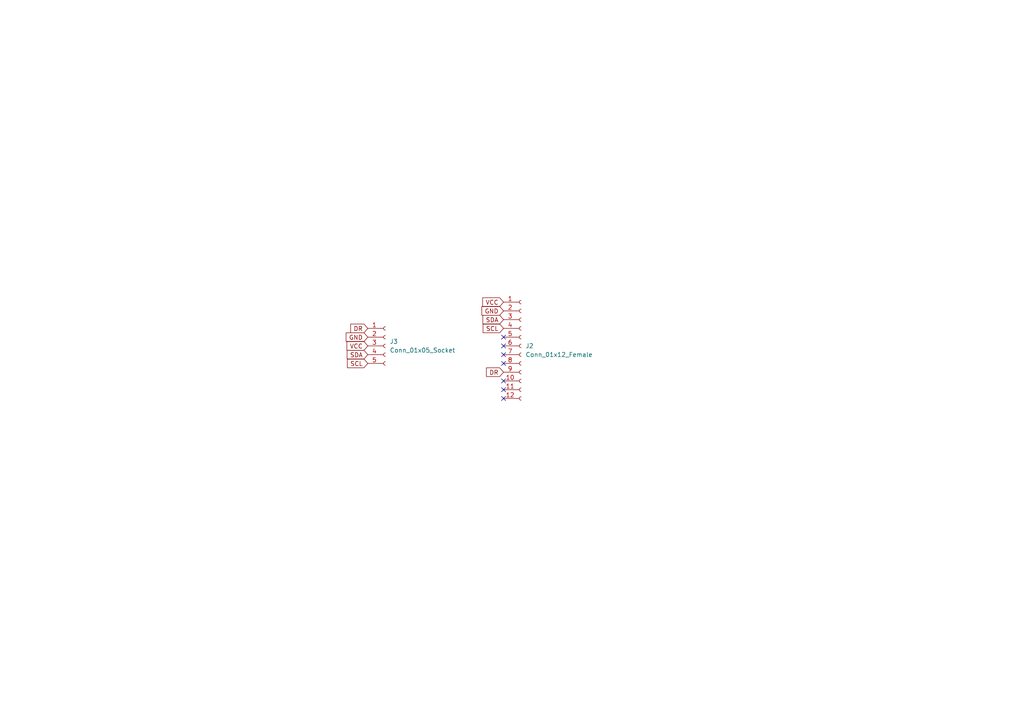
<source format=kicad_sch>
(kicad_sch (version 20231120) (generator "eeschema") (generator_version "8.0")
  (paper "A4")
  (lib_symbols
    (symbol "Connector:Conn_01x05_Socket" (pin_names (offset 1.016) hide)
      (property "Reference" "J" (at 0 7.62 0))
      (property "Value" "Conn_01x05_Socket" (at 0 -7.62 0))
      (symbol "Conn_01x05_Socket_1_1"
        (arc (start 0 -4.572) (mid -0.5058 -5.08) (end 0 -5.588) (stroke (width 0.1524)))
        (arc (start 0 -2.032) (mid -0.5058 -2.54) (end 0 -3.048) (stroke (width 0.1524)))
        (polyline (pts (xy -1.27 -5.08) (xy -0.508 -5.08)) (stroke (width 0.1524)))
        (polyline (pts (xy -1.27 -2.54) (xy -0.508 -2.54)) (stroke (width 0.1524)))
        (polyline (pts (xy -1.27 0) (xy -0.508 0)) (stroke (width 0.1524)))
        (polyline (pts (xy -1.27 2.54) (xy -0.508 2.54)) (stroke (width 0.1524)))
        (polyline (pts (xy -1.27 5.08) (xy -0.508 5.08)) (stroke (width 0.1524)))
        (arc (start 0 0.508) (mid -0.5058 0) (end 0 -0.508) (stroke (width 0.1524)))
        (arc (start 0 3.048) (mid -0.5058 2.54) (end 0 2.032) (stroke (width 0.1524)))
        (arc (start 0 5.588) (mid -0.5058 5.08) (end 0 4.572) (stroke (width 0.1524)))
        (pin passive line (at -5.08 5.08 0) (length 3.81) (name "Pin_1") (number "1"))
        (pin passive line (at -5.08 2.54 0) (length 3.81) (name "Pin_2") (number "2"))
        (pin passive line (at -5.08 0 0) (length 3.81) (name "Pin_3") (number "3"))
        (pin passive line (at -5.08 -2.54 0) (length 3.81) (name "Pin_4") (number "4"))
        (pin passive line (at -5.08 -5.08 0) (length 3.81) (name "Pin_5") (number "5"))
      )
    )
    (symbol "Connector:Conn_01x12_Female" (pin_names (offset 1.016) hide)
      (property "Reference" "J" (at 0 15.24 0))
      (property "Value" "Conn_01x12_Female" (at 0 -17.78 0))
      (symbol "Conn_01x12_Female_1_1"
        (arc (start 0 -14.732) (mid -0.5058 -15.24) (end 0 -15.748) (stroke (width 0.1524)))
        (arc (start 0 -12.192) (mid -0.5058 -12.7) (end 0 -13.208) (stroke (width 0.1524)))
        (arc (start 0 -9.652) (mid -0.5058 -10.16) (end 0 -10.668) (stroke (width 0.1524)))
        (arc (start 0 -7.112) (mid -0.5058 -7.62) (end 0 -8.128) (stroke (width 0.1524)))
        (arc (start 0 -4.572) (mid -0.5058 -5.08) (end 0 -5.588) (stroke (width 0.1524)))
        (arc (start 0 -2.032) (mid -0.5058 -2.54) (end 0 -3.048) (stroke (width 0.1524)))
        (polyline (pts (xy -1.27 -15.24) (xy -0.508 -15.24)) (stroke (width 0.1524)))
        (polyline (pts (xy -1.27 -12.7) (xy -0.508 -12.7)) (stroke (width 0.1524)))
        (polyline (pts (xy -1.27 -10.16) (xy -0.508 -10.16)) (stroke (width 0.1524)))
        (polyline (pts (xy -1.27 -7.62) (xy -0.508 -7.62)) (stroke (width 0.1524)))
        (polyline (pts (xy -1.27 -5.08) (xy -0.508 -5.08)) (stroke (width 0.1524)))
        (polyline (pts (xy -1.27 -2.54) (xy -0.508 -2.54)) (stroke (width 0.1524)))
        (polyline (pts (xy -1.27 0) (xy -0.508 0)) (stroke (width 0.1524)))
        (polyline (pts (xy -1.27 2.54) (xy -0.508 2.54)) (stroke (width 0.1524)))
        (polyline (pts (xy -1.27 5.08) (xy -0.508 5.08)) (stroke (width 0.1524)))
        (polyline (pts (xy -1.27 7.62) (xy -0.508 7.62)) (stroke (width 0.1524)))
        (polyline (pts (xy -1.27 10.16) (xy -0.508 10.16)) (stroke (width 0.1524)))
        (polyline (pts (xy -1.27 12.7) (xy -0.508 12.7)) (stroke (width 0.1524)))
        (arc (start 0 0.508) (mid -0.5058 0) (end 0 -0.508) (stroke (width 0.1524)))
        (arc (start 0 3.048) (mid -0.5058 2.54) (end 0 2.032) (stroke (width 0.1524)))
        (arc (start 0 5.588) (mid -0.5058 5.08) (end 0 4.572) (stroke (width 0.1524)))
        (arc (start 0 8.128) (mid -0.5058 7.62) (end 0 7.112) (stroke (width 0.1524)))
        (arc (start 0 10.668) (mid -0.5058 10.16) (end 0 9.652) (stroke (width 0.1524)))
        (arc (start 0 13.208) (mid -0.5058 12.7) (end 0 12.192) (stroke (width 0.1524)))
        (pin passive line (at -5.08 12.7 0) (length 3.81) (name "Pin_1") (number "1"))
        (pin passive line (at -5.08 -10.16 0) (length 3.81) (name "Pin_10") (number "10"))
        (pin passive line (at -5.08 -12.7 0) (length 3.81) (name "Pin_11") (number "11"))
        (pin passive line (at -5.08 -15.24 0) (length 3.81) (name "Pin_12") (number "12"))
        (pin passive line (at -5.08 10.16 0) (length 3.81) (name "Pin_2") (number "2"))
        (pin passive line (at -5.08 7.62 0) (length 3.81) (name "Pin_3") (number "3"))
        (pin passive line (at -5.08 5.08 0) (length 3.81) (name "Pin_4") (number "4"))
        (pin passive line (at -5.08 2.54 0) (length 3.81) (name "Pin_5") (number "5"))
        (pin passive line (at -5.08 0 0) (length 3.81) (name "Pin_6") (number "6"))
        (pin passive line (at -5.08 -2.54 0) (length 3.81) (name "Pin_7") (number "7"))
        (pin passive line (at -5.08 -5.08 0) (length 3.81) (name "Pin_8") (number "8"))
        (pin passive line (at -5.08 -7.62 0) (length 3.81) (name "Pin_9") (number "9"))
      )
    )
  )
  (no_connect (at 146.05 115.57))
  (no_connect (at 146.05 105.41))
  (no_connect (at 146.05 97.79))
  (no_connect (at 146.05 100.33))
  (no_connect (at 146.05 102.87))
  (no_connect (at 146.05 110.49))
  (no_connect (at 146.05 113.03))
  (global_label "SCL" (shape input) (at 106.68 105.41 180) (property "Intersheetrefs" "${INTERSHEET_REFS}" (effects (hide yes))))
  (global_label "DR" (shape input) (at 146.05 107.95 180) (property "Intersheetrefs" "${INTERSHEET_REFS}" (effects (hide yes))))
  (global_label "GND" (shape input) (at 106.68 97.79 180) (property "Intersheetrefs" "${INTERSHEET_REFS}" (effects (hide yes))))
  (global_label "SCL" (shape input) (at 146.05 95.25 180) (property "Intersheetrefs" "${INTERSHEET_REFS}" (effects (hide yes))))
  (global_label "VCC" (shape input) (at 106.68 100.33 180) (property "Intersheetrefs" "${INTERSHEET_REFS}" (effects (hide yes))))
  (global_label "SDA" (shape input) (at 146.05 92.71 180) (property "Intersheetrefs" "${INTERSHEET_REFS}" (effects (hide yes))))
  (global_label "VCC" (shape input) (at 146.05 87.63 180) (property "Intersheetrefs" "${INTERSHEET_REFS}" (effects (hide yes))))
  (global_label "DR" (shape input) (at 106.68 95.25 180) (property "Intersheetrefs" "${INTERSHEET_REFS}" (effects (hide yes))))
  (global_label "GND" (shape input) (at 146.05 90.17 180) (property "Intersheetrefs" "${INTERSHEET_REFS}" (effects (hide yes))))
  (global_label "SDA" (shape input) (at 106.68 102.87 180) (property "Intersheetrefs" "${INTERSHEET_REFS}" (effects (hide yes))))
  (symbol (lib_id "Connector:Conn_01x12_Female") (at 151.13 100.33 0) (unit 1)
    (property "Reference" "J2" (at 152.4 100.3299 0) (effects (justify left)))
    (property "Value" "Conn_01x12_Female" (at 152.4 102.8699 0) (effects (justify left)))
    (property "Footprint" "minimal-ffc-i2c:FPC-SMD_FPC05012-09200-.5mm-rev" (effects (hide yes)))
  )
  (symbol (lib_id "Connector:Conn_01x05_Socket") (at 111.76 100.33 0) (unit 1)
    (property "Reference" "J3" (at 113.03 99.0599 0) (effects (justify left)))
    (property "Value" "Conn_01x05_Socket" (at 113.03 101.5999 0) (effects (justify left)))
    (property "Footprint" "Connector_PinHeader_2.54mm:PinHeader_1x05_P2.54mm_Vertical_Round" (effects (hide yes)))
    (property "Description" "Generic connector, single row, 01x05, script generated" (effects (hide yes)))
  )
)
</source>
